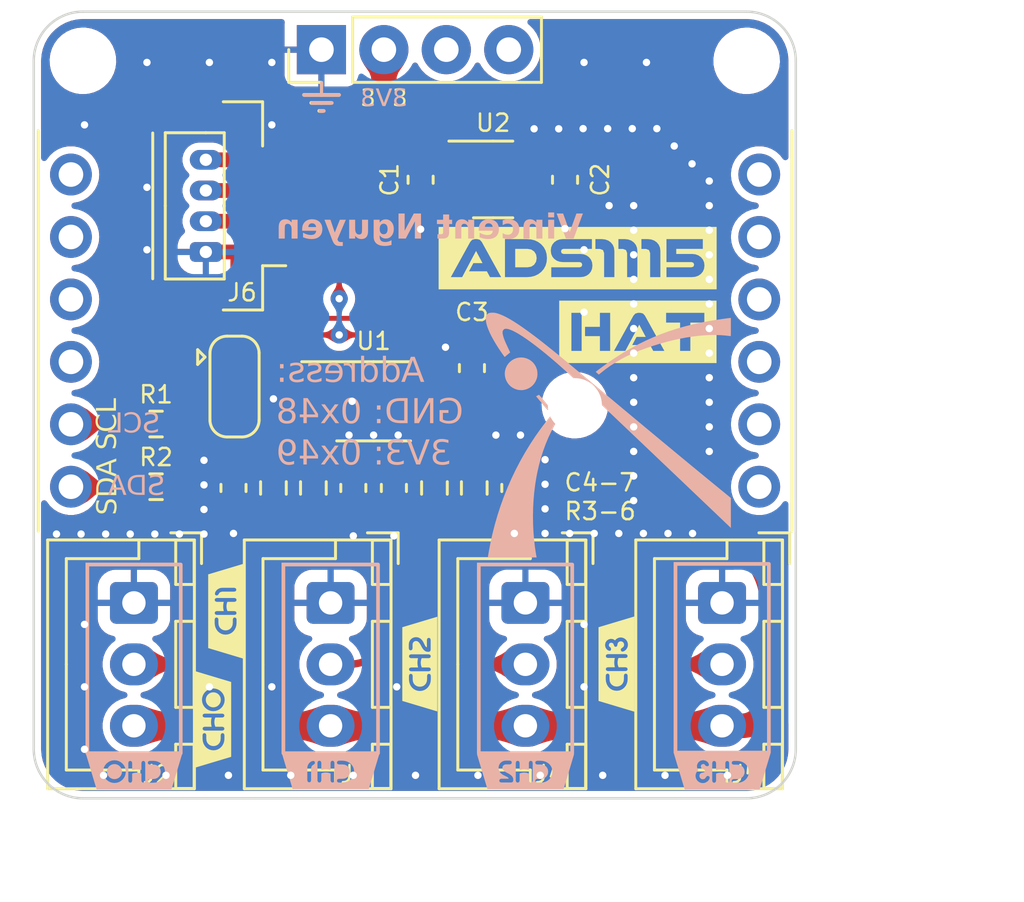
<source format=kicad_pcb>
(kicad_pcb (version 20221018) (generator pcbnew)
  (title_block (title "ADS1115 Hat PCB") (date "2023-07-15") (rev "1") (company "EPFL Xplore") (comment 4 "Author: Vincent Nguyen"))
  (layers (0 "F.Cu" signal) (31 "B.Cu" signal) (34 "B.Paste" user) (35 "F.Paste" user) (36 "B.SilkS" user "B.Silkscreen") (37 "F.SilkS" user "F.Silkscreen") (38 "B.Mask" user) (39 "F.Mask" user) (44 "Edge.Cuts" user))
  (net 0 "")
  (net 1 "+3V3")
  (net 2 "/SCL")
  (net 3 "/SDA")
  (net 4 "/AIN0")
  (net 5 "/A0")
  (net 6 "/AIN1")
  (net 7 "/A1")
  (net 8 "/AIN2")
  (net 9 "/A2")
  (net 10 "/AIN3")
  (net 11 "/A3")
  (net 12 "GND")
  (net 14 "+3V0")
  (net 15 "/ADDR")
  (footprint "Capacitor_SMD:C_0603_1608Metric_Pad1.08x0.95mm_HandSolder" (layer "F.Cu") (at 103.045452 66.185365 -90)
    (fp_text reference "C5" hide)
    (fp_text value "1uF")
    (pad "1" smd roundrect (at -0.8625 0 270) (size 1.075 0.95) (layers "F.Cu" "F.Paste" "F.Mask") (net 8 "/AIN2"))
    (pad "2" smd roundrect (at 0.8625 0 270) (size 1.075 0.95) (layers "F.Cu" "F.Paste" "F.Mask") (net 12 "GND"))
  )
  (footprint "kibuzzard-64B1EA19" (layer "F.Cu") (at 96.2 71.2 90)
    (fp_text reference "kibuzzard-64B1EA19" hide)
    (fp_text value "G***" hide)
  )
  (footprint "kibuzzard-64B1E576" (layer "F.Cu") (at 110.520452 56.835365)
    (fp_text reference "kibuzzard-64B1E576" hide)
    (fp_text value "G***" hide)
  )
  (footprint "Capacitor_SMD:C_0603_1608Metric_Pad1.08x0.95mm_HandSolder" (layer "F.Cu") (at 110.007952 53.647865 -90)
    (fp_text reference "C2" (at 0 -1.43 90) (layer "F.SilkS") (effects (font (size 0.7 0.7) (thickness 0.1))))
    (fp_text value "1uF")
    (pad "1" smd roundrect (at -0.8625 0 270) (size 1.075 0.95) (layers "F.Cu" "F.Paste" "F.Mask") (net 14 "+3V0"))
    (pad "2" smd roundrect (at 0.8625 0 270) (size 1.075 0.95) (layers "F.Cu" "F.Paste" "F.Mask") (net 12 "GND"))
  )
  (footprint "kibuzzard-64B1E9EE" (layer "F.Cu") (at 112.1 73.35 90)
    (fp_text reference "kibuzzard-64B1E9EE" hide)
    (fp_text value "G***" hide)
  )
  (footprint "Capacitor_SMD:C_0603_1608Metric_Pad1.08x0.95mm_HandSolder" (layer "F.Cu") (at 104.132952 53.647865 -90)
    (fp_text reference "C1" (at 0 1.2625 90) (layer "F.SilkS") (effects (font (size 0.7 0.7) (thickness 0.1))))
    (fp_text value "1uF")
    (pad "1" smd roundrect (at -0.8625 0 270) (size 1.075 0.95) (layers "F.Cu" "F.Paste" "F.Mask") (net 1 "+3V3"))
    (pad "2" smd roundrect (at 0.8625 0 270) (size 1.075 0.95) (layers "F.Cu" "F.Paste" "F.Mask") (net 12 "GND"))
  )
  (footprint "MountingHole:MountingHole_2.2mm_M2" (layer "F.Cu") (at 90.395452 48.810365)
    (fp_text reference "H1" hide)
    (fp_text value "M2")
    (pad "" np_thru_hole circle (at 0 0) (size 2.2 2.2) (drill 2.2) (layers "*.Cu" "*.Mask"))
  )
  (footprint "MountingHole:MountingHole_2.2mm_M2" (layer "F.Cu") (at 117.395452 48.810365)
    (fp_text reference "H2" hide)
    (fp_text value "M2")
    (pad "" np_thru_hole circle (at 0 0) (size 2.2 2.2) (drill 2.2) (layers "*.Cu" "*.Mask"))
  )
  (footprint "Connector_JST:JST_XH_B3B-XH-A_1x03_P2.50mm_Vertical" (layer "F.Cu") (at 108.395452 70.860365 -90)
    (fp_text reference "J4" (at 6.975 -0.975 -180) (layer "F.SilkS") (effects (font (size 0.7 0.7) (thickness 0.1))))
    (fp_text value "B3B-XH-A(LF)(SN)")
    (pad "1" thru_hole roundrect (at 0 0 270) (size 1.7 1.95) (drill 0.95) (layers "*.Cu" "*.Mask") (roundrect_rratio 0.1470588235) (net 12 "GND"))
    (pad "2" thru_hole oval (at 2.5 0 270) (size 1.7 1.95) (drill 0.95) (layers "*.Cu" "*.Mask") (net 9 "/A2"))
    (pad "3" thru_hole oval (at 5 0 270) (size 1.7 1.95) (drill 0.95) (layers "*.Cu" "*.Mask") (net 14 "+3V0"))
  )
  (footprint "kibuzzard-64B1E571" (layer "F.Cu") (at 112.970452 59.835365)
    (fp_text reference "kibuzzard-64B1E571" hide)
    (fp_text value "G***" hide)
  )
  (footprint "Resistor_SMD:R_0603_1608Metric_Pad0.98x0.95mm_HandSolder" (layer "F.Cu") (at 93.370452 63.585365 180)
    (fp_text reference "R1" (at 0 1.2) (layer "F.SilkS") (effects (font (size 0.7 0.7) (thickness 0.1))))
    (fp_text value "DNP")
    (pad "1" smd roundrect (at -0.9125 0 180) (size 0.975 0.95) (layers "F.Cu" "F.Paste" "F.Mask") (net 1 "+3V3"))
    (pad "2" smd roundrect (at 0.9125 0 180) (size 0.975 0.95) (layers "F.Cu" "F.Paste" "F.Mask") (net 2 "/SCL"))
  )
  (footprint "Package_SO:VSSOP-10_3x3mm_P0.5mm" (layer "F.Cu") (at 102.220452 62.660365)
    (fp_text reference "U1" (at 0 -2.45) (layer "F.SilkS") (effects (font (size 0.7 0.7) (thickness 0.1))))
    (fp_text value "ADS1115BQDGSRQ1")
    (pad "1" smd roundrect (at -2.2 -1) (size 1.45 0.3) (layers "F.Cu" "F.Paste" "F.Mask") (net 15 "/ADDR"))
    (pad "2" smd roundrect (at -2.2 -0.5) (size 1.45 0.3) (layers "F.Cu" "F.Paste" "F.Mask"))
    (pad "3" smd roundrect (at -2.2 0) (size 1.45 0.3) (layers "F.Cu" "F.Paste" "F.Mask") (net 12 "GND"))
    (pad "4" smd roundrect (at -2.2 0.5) (size 1.45 0.3) (layers "F.Cu" "F.Paste" "F.Mask") (net 4 "/AIN0"))
    (pad "5" smd roundrect (at -2.2 1) (size 1.45 0.3) (layers "F.Cu" "F.Paste" "F.Mask") (net 6 "/AIN1"))
    (pad "6" smd roundrect (at 2.2 1) (size 1.45 0.3) (layers "F.Cu" "F.Paste" "F.Mask") (net 8 "/AIN2"))
    (pad "7" smd roundrect (at 2.2 0.5) (size 1.45 0.3) (layers "F.Cu" "F.Paste" "F.Mask") (net 10 "/AIN3"))
    (pad "8" smd roundrect (at 2.2 0) (size 1.45 0.3) (layers "F.Cu" "F.Paste" "F.Mask") (net 1 "+3V3"))
    (pad "9" smd roundrect (at 2.2 -0.5) (size 1.45 0.3) (layers "F.Cu" "F.Paste" "F.Mask") (net 3 "/SDA"))
    (pad "10" smd roundrect (at 2.2 -1) (size 1.45 0.3) (layers "F.Cu" "F.Paste" "F.Mask") (net 2 "/SCL"))
  )
  (footprint "Resistor_SMD:R_0603_1608Metric_Pad0.98x0.95mm_HandSolder" (layer "F.Cu") (at 106.315452 66.185365 -90)
    (fp_text reference "R6" hide)
    (fp_text value "100R")
    (pad "1" smd roundrect (at -0.9125 0 270) (size 0.975 0.95) (layers "F.Cu" "F.Paste" "F.Mask") (net 10 "/AIN3"))
    (pad "2" smd roundrect (at 0.9125 0 270) (size 0.975 0.95) (layers "F.Cu" "F.Paste" "F.Mask") (net 11 "/A3"))
  )
  (footprint "kibuzzard-64B1EA07" (layer "F.Cu") (at 104.1 73.35 90)
    (fp_text reference "kibuzzard-64B1EA07" hide)
    (fp_text value "G***" hide)
  )
  (footprint "Resistor_SMD:R_0603_1608Metric_Pad0.98x0.95mm_HandSolder" (layer "F.Cu") (at 93.370452 66.135365 180)
    (fp_text reference "R2" (at 0 1.2) (layer "F.SilkS") (effects (font (size 0.7 0.7) (thickness 0.1))))
    (fp_text value "DNP")
    (pad "1" smd roundrect (at -0.9125 0 180) (size 0.975 0.95) (layers "F.Cu" "F.Paste" "F.Mask") (net 1 "+3V3"))
    (pad "2" smd roundrect (at 0.9125 0 180) (size 0.975 0.95) (layers "F.Cu" "F.Paste" "F.Mask") (net 3 "/SDA"))
  )
  (footprint "Capacitor_SMD:C_0603_1608Metric_Pad1.08x0.95mm_HandSolder" (layer "F.Cu") (at 106.220452 61.310365 90)
    (fp_text reference "C3" (at 2.275 0 180) (layer "F.SilkS") (effects (font (size 0.7 0.7) (thickness 0.1))))
    (fp_text value "0.1uF")
    (pad "1" smd roundrect (at -0.8625 0 90) (size 1.075 0.95) (layers "F.Cu" "F.Paste" "F.Mask") (net 1 "+3V3"))
    (pad "2" smd roundrect (at 0.8625 0 90) (size 1.075 0.95) (layers "F.Cu" "F.Paste" "F.Mask") (net 12 "GND"))
  )
  (footprint "Jumper:SolderJumper-3_P1.3mm_Open_RoundedPad1.0x1.5mm" (layer "F.Cu") (at 96.562952 62.060365 -90)
    (fp_text reference "JP1" hide)
    (fp_text value "ADDRESS_SEL")
    (pad "1" smd custom (at -1.3 0 270) (size 1 0.5) (layers "F.Cu" "F.Mask") (net 1 "+3V3") (options (clearance outline) (anchor rect)) (primitives (gr_circle (center 0 0.25) (end 0.5 0.25) (width 0) (fill yes)) (gr_circle (center 0 -0.25) (end 0.5 -0.25) (width 0) (fill yes)) (gr_poly (pts (xy 0.55 0.75) (xy 0 0.75) (xy 0 -0.75) (xy 0.55 -0.75)) (width 0) (fill yes))))
    (pad "2" smd rect (at 0 0 270) (size 1 1.5) (layers "F.Cu" "F.Mask") (net 15 "/ADDR"))
    (pad "3" smd custom (at 1.3 0 270) (size 1 0.5) (layers "F.Cu" "F.Mask") (net 12 "GND") (options (clearance outline) (anchor rect)) (primitives (gr_circle (center 0 0.25) (end 0.5 0.25) (width 0) (fill yes)) (gr_circle (center 0 -0.25) (end 0.5 -0.25) (width 0) (fill yes)) (gr_poly (pts (xy 0 0.75) (xy -0.55 0.75) (xy -0.55 -0.75) (xy 0 -0.75)) (width 0) (fill yes))))
  )
  (footprint "Package_TO_SOT_SMD:SOT-23-5" (layer "F.Cu") (at 107.082952 53.635365)
    (fp_text reference "U2" (at 0 -2.3) (layer "F.SilkS") (effects (font (size 0.7 0.7) (thickness 0.1))))
    (fp_text value "TPS7A2030PDBVR")
    (pad "1" smd roundrect (at -1.1375 -0.95) (size 1.325 0.6) (layers "F.Cu" "F.Paste" "F.Mask") (net 1 "+3V3"))
    (pad "2" smd roundrect (at -1.1375 0) (size 1.325 0.6) (layers "F.Cu" "F.Paste" "F.Mask") (net 12 "GND"))
    (pad "3" smd roundrect (at -1.1375 0.95) (size 1.325 0.6) (layers "F.Cu" "F.Paste" "F.Mask") (net 1 "+3V3"))
    (pad "4" smd roundrect (at 1.1375 0.95) (size 1.325 0.6) (layers "F.Cu" "F.Paste" "F.Mask"))
    (pad "5" smd roundrect (at 1.1375 -0.95) (size 1.325 0.6) (layers "F.Cu" "F.Paste" "F.Mask") (net 14 "+3V0"))
  )
  (footprint "Connector_JST:JST_XH_B3B-XH-A_1x03_P2.50mm_Vertical" (layer "F.Cu") (at 100.470452 70.860365 -90)
    (fp_text reference "J3" (at 6.975 -1 -180) (layer "F.SilkS") (effects (font (size 0.7 0.7) (thickness 0.1))))
    (fp_text value "B3B-XH-A(LF)(SN)")
    (pad "1" thru_hole roundrect (at 0 0 270) (size 1.7 1.95) (drill 0.95) (layers "*.Cu" "*.Mask") (roundrect_rratio 0.1470588235) (net 12 "GND"))
    (pad "2" thru_hole oval (at 2.5 0 270) (size 1.7 1.95) (drill 0.95) (layers "*.Cu" "*.Mask") (net 7 "/A1"))
    (pad "3" thru_hole oval (at 5 0 270) (size 1.7 1.95) (drill 0.95) (layers "*.Cu" "*.Mask") (net 14 "+3V0"))
  )
  (footprint "Connector_JST:JST_XH_B3B-XH-A_1x03_P2.50mm_Vertical" (layer "F.Cu") (at 92.470452 70.860365 -90)
    (fp_text reference "J2" (at 6.975 -0.95 -180) (layer "F.SilkS") (effects (font (size 0.7 0.7) (thickness 0.1))))
    (fp_text value "B3B-XH-A(LF)(SN)")
    (pad "1" thru_hole roundrect (at 0 0 270) (size 1.7 1.95) (drill 0.95) (layers "*.Cu" "*.Mask") (roundrect_rratio 0.1470588235) (net 12 "GND"))
    (pad "2" thru_hole oval (at 2.5 0 270) (size 1.7 1.95) (drill 0.95) (layers "*.Cu" "*.Mask") (net 5 "/A0"))
    (pad "3" thru_hole oval (at 5 0 270) (size 1.7 1.95) (drill 0.95) (layers "*.Cu" "*.Mask") (net 14 "+3V0"))
  )
  (footprint "0_connectors:Hat_connector_hole" (layer "F.Cu") (at 103.907952 57.245365)
    (fp_text reference "J1" hide)
    (fp_text value "Hat_connector_hole")
    (fp_text user "SDA" (at -12.5 8.89 unlocked) (layer "B.SilkS") (effects (font (size 0.8 0.8) (thickness 0.1)) (justify right mirror)))
    (fp_text user "SCL" (at -12.5 6.35 unlocked) (layer "B.SilkS") (effects (font (size 0.8 0.8) (thickness 0.1)) (justify right mirror)))
    (fp_text user "SCL" (at -12.5 6.34 90 unlocked) (layer "F.SilkS") (effects (font (size 0.8 0.8) (thickness 0.1))))
    (fp_text user "SDA" (at -12.4875 8.89 90 unlocked) (layer "F.SilkS") (effects (font (size 0.8 0.8) (thickness 0.1))))
    (pad "" np_thru_hole circle (at 6.5 5.5725) (size 2.2 2.2) (drill 2.2) (layers "*.Cu" "*.Mask"))
    (pad "1" thru_hole rect (at -3.81 -8.89 90) (size 2 2) (drill 1) (layers "*.Cu" "*.Mask") (net 12 "GND"))
    (pad "2" thru_hole oval (at -1.27 -8.89 90) (size 2 2) (drill 1) (layers "*.Cu" "*.Mask") (net 1 "+3V3"))
    (pad "3" thru_hole oval (at -14 -3.81) (size 1.7 1.7) (drill 1) (layers "*.Cu" "*.Mask"))
    (pad "4" thru_hole oval (at -14 -1.27) (size 1.7 1.7) (drill 1) (layers "*.Cu" "*.Mask"))
    (pad "5" thru_hole oval (at -14 1.27) (size 1.7 1.7) (drill 1) (layers "*.Cu" "*.Mask"))
    (pad "6" thru_hole oval (at -14 3.81) (size 1.7 1.7) (drill 1) (layers "*.Cu" "*.Mask"))
    (pad "7" thru_hole oval (at -14 6.35) (size 1.7 1.7) (drill 1) (layers "*.Cu" "*.Mask") (net 2 "/SCL"))
    (pad "8" thru_hole oval (at -14 8.89) (size 1.7 1.7) (drill 1) (layers "*.Cu" "*.Mask") (net 3 "/SDA"))
    (pad "9" thru_hole oval (at 14 8.89) (size 1.7 1.7) (drill 1) (layers "*.Cu" "*.Mask"))
    (pad "10" thru_hole oval (at 14 6.35) (size 1.7 1.7) (drill 1) (layers "*.Cu" "*.Mask"))
    (pad "11" thru_hole oval (at 14 3.81) (size 1.7 1.7) (drill 1) (layers "*.Cu" "*.Mask"))
    (pad "12" thru_hole oval (at 14 1.27) (size 1.7 1.7) (drill 1) (layers "*.Cu" "*.Mask"))
    (pad "13" thru_hole oval (at 14 -1.27) (size 1.7 1.7) (drill 1) (layers "*.Cu" "*.Mask"))
    (pad "14" thru_hole oval (at 14 -3.81) (size 1.7 1.7) (drill 1) (layers "*.Cu" "*.Mask"))
    (pad "15" thru_hole oval (at 1.27 -8.89 90) (size 2 2) (drill 1) (layers "*.Cu" "*.Mask"))
    (pad "16" thru_hole oval (at 3.81 -8.89 90) (size 2 2) (drill 1) (layers "*.Cu" "*.Mask"))
  )
  (footprint "Capacitor_SMD:C_0603_1608Metric_Pad1.08x0.95mm_HandSolder" (layer "F.Cu") (at 107.945452 66.185365 -90)
    (fp_text reference "C4" hide)
    (fp_text value "1uF")
    (pad "1" smd roundrect (at -0.8625 0 270) (size 1.075 0.95) (layers "F.Cu" "F.Paste" "F.Mask") (net 10 "/AIN3"))
    (pad "2" smd roundrect (at 0.8625 0 270) (size 1.075 0.95) (layers "F.Cu" "F.Paste" "F.Mask") (net 12 "GND"))
  )
  (footprint "Capacitor_SMD:C_0603_1608Metric_Pad1.08x0.95mm_HandSolder" (layer "F.Cu") (at 101.395452 66.185365 -90)
    (fp_text reference "C6" hide)
    (fp_text value "1uF")
    (pad "1" smd roundrect (at -0.8625 0 270) (size 1.075 0.95) (layers "F.Cu" "F.Paste" "F.Mask") (net 6 "/AIN1"))
    (pad "2" smd roundrect (at 0.8625 0 270) (size 1.075 0.95) (layers "F.Cu" "F.Paste" "F.Mask") (net 12 "GND"))
  )
  (footprint "Resistor_SMD:R_0603_1608Metric_Pad0.98x0.95mm_HandSolder" (layer "F.Cu") (at 98.145452 66.185365 -90)
    (fp_text reference "R3" hide)
    (fp_text value "100R")
    (pad "1" smd roundrect (at -0.9125 0 270) (size 0.975 0.95) (layers "F.Cu" "F.Paste" "F.Mask") (net 4 "/AIN0"))
    (pad "2" smd roundrect (at 0.9125 0 270) (size 0.975 0.95) (layers "F.Cu" "F.Paste" "F.Mask") (net 5 "/A0"))
  )
  (footprint "Connector_JST:JST_XH_B3B-XH-A_1x03_P2.50mm_Vertical" (layer "F.Cu") (at 116.395452 70.860365 -90)
    (fp_text reference "J5" (at 6.975 -0.975 -180) (layer "F.SilkS") (effects (font (size 0.7 0.7) (thickness 0.1))))
    (fp_text value "B3B-XH-A(LF)(SN)")
    (pad "1" thru_hole roundrect (at 0 0 270) (size 1.7 1.95) (drill 0.95) (layers "*.Cu" "*.Mask") (roundrect_rratio 0.1470588235) (net 12 "GND"))
    (pad "2" thru_hole oval (at 2.5 0 270) (size 1.7 1.95) (drill 0.95) (layers "*.Cu" "*.Mask") (net 11 "/A3"))
    (pad "3" thru_hole oval (at 5 0 270) (size 1.7 1.95) (drill 0.95) (layers "*.Cu" "*.Mask") (net 14 "+3V0"))
  )
  (footprint "Capacitor_SMD:C_0603_1608Metric_Pad1.08x0.95mm_HandSolder" (layer "F.Cu") (at 96.520452 66.185365 -90)
    (fp_text reference "C7" hide)
    (fp_text value "1uF")
    (pad "1" smd roundrect (at -0.8625 0 270) (size 1.075 0.95) (layers "F.Cu" "F.Paste" "F.Mask") (net 4 "/AIN0"))
    (pad "2" smd roundrect (at 0.8625 0 270) (size 1.075 0.95) (layers "F.Cu" "F.Paste" "F.Mask") (net 12 "GND"))
  )
  (footprint "Resistor_SMD:R_0603_1608Metric_Pad0.98x0.95mm_HandSolder" (layer "F.Cu") (at 99.770452 66.185365 -90)
    (fp_text reference "R4" hide)
    (fp_text value "100R")
    (pad "1" smd roundrect (at -0.9125 0 270) (size 0.975 0.95) (layers "F.Cu" "F.Paste" "F.Mask") (net 6 "/AIN1"))
    (pad "2" smd roundrect (at 0.9125 0 270) (size 0.975 0.95) (layers "F.Cu" "F.Paste" "F.Mask") (net 7 "/A1"))
  )
  (footprint "kibuzzard-64B1EA4E" (layer "F.Cu") (at 95.7 75.6 90)
    (fp_text reference "kibuzzard-64B1EA4E" hide)
    (fp_text value "G***" hide)
  )
  (footprint "0_connectors:PicoBlade-JST-GH-1x04_1.25mm_Vertical" (layer "F.Cu") (at 95.395452 56.585365 90)
    (fp_text reference "J6" (at -1.65 1.475 unlocked) (layer "F.SilkS") (effects (font (size 0.7 0.7) (thickness 0.1))))
    (fp_text value "BM04B-SRSS-TB(LF)(SN)")
    (pad "1" thru_hole roundrect (at 0 0 90) (size 0.8 1.3) (drill 0.5) (layers "*.Cu" "*.Mask") (net 12 "GND"))
    (pad "1" smd roundrect (at 0 1.125 90) (size 0.6 1.7) (layers "F.Cu") (net 12 "GND"))
    (pad "1" smd roundrect (at 0 2.4 90) (size 0.6 1.7) (layers "F.Cu" "F.Paste" "F.Mask") (net 12 "GND"))
    (pad "2" thru_hole oval (at 1.25 0 90) (size 0.8 1.3) (drill 0.5) (layers "*.Cu" "*.Mask") (net 2 "/SCL"))
    (pad "2" smd roundrect (at 1.25 1.125 90) (size 0.6 1.7) (layers "F.Cu") (net 2 "/SCL"))
    (pad "2" smd roundrect (at 1.25 2.4 90) (size 0.6 1.7) (layers "F.Cu" "F.Paste" "F.Mask") (net 2 "/SCL"))
    (pad "3" thru_hole oval (at 2.5 0 90) (size 0.8 1.3) (drill 0.5) (layers "*.Cu" "*.Mask") (net 3 "/SDA"))
    (pad "3" smd roundrect (at 2.5 1.125 90) (size 0.6 1.7) (layers "F.Cu") (net 3 "/SDA"))
    (pad "3" smd roundrect (at 2.5 2.4 90) (size 0.6 1.7) (layers "F.Cu" "F.Paste" "F.Mask") (net 3 "/SDA"))
    (pad "4" thru_hole oval (at 3.75 0 90) (size 0.8 1.3) (drill 0.5) (layers "*.Cu" "*.Mask") (net 1 "+3V3"))
    (pad "4" smd roundrect (at 3.75 1.125 90) (size 0.6 1.7) (layers "F.Cu") (net 1 "+3V3"))
    (pad "4" smd roundrect (at 3.75 2.4 90) (size 0.6 1.7) (layers "F.Cu" "F.Paste" "F.Mask") (net 1 "+3V3"))
    (pad "MP" smd roundrect (at -1.85 -0.95 90) (size 1 2.8) (layers "F.Cu" "F.Paste" "F.Mask"))
    (pad "MP" smd roundrect (at 5.6 -0.95 90) (size 1 2.8) (layers "F.Cu" "F.Paste" "F.Mask"))
  )
  (footprint "Resistor_SMD:R_0603_1608Metric_Pad0.98x0.95mm_HandSolder" (layer "F.Cu") (at 104.695452 66.185365 -90)
    (fp_text reference "R5" hide)
    (fp_text value "100R")
    (pad "1" smd roundrect (at -0.9125 0 270) (size 0.975 0.95) (layers "F.Cu" "F.Paste" "F.Mask") (net 8 "/AIN2"))
    (pad "2" smd roundrect (at 0.9125 0 270) (size 0.975 0.95) (layers "F.Cu" "F.Paste" "F.Mask") (net 9 "/A2"))
  )
  (footprint "kibuzzard-64B2D724" (layer "B.Cu") (at 116.4 77.725 180)
    (fp_text reference "kibuzzard-64B2D724" hide)
    (fp_text value "G***" hide)
  )
  (footprint "kibuzzard-64B2D70A" (layer "B.Cu") (at 92.475 77.725 180)
    (fp_text reference "kibuzzard-64B2D70A" hide)
    (fp_text value "G***" hide)
  )
  (footprint "kibuzzard-64B2D718" (layer "B.Cu") (at 108.4 77.725 180)
    (fp_text reference "kibuzzard-64B2D718" hide)
    (fp_text value "G***" hide)
  )
  (footprint "kibuzzard-64B1EB6B" (layer "B.Cu") (at 102.95 53.525 180)
    (fp_text reference "kibuzzard-64B1EB6B" hide)
    (fp_text value "G***" hide)
  )
  (footprint "0_graphic:Xplore_Logo_X_only_10mm" (layer "B.Cu") (at 111.770452 64.035365 180)
    (fp_text reference "G1" hide)
    (fp_text value "Xplore_Logo" hide)
  )
  (footprint "kibuzzard-64B2D711" (layer "B.Cu") (at 100.475 77.725 180)
    (fp_text reference "kibuzzard-64B2D711" hide)
    (fp_text value "G***" hide)
  )
  (gr_line (start 100.105292 50.19716) (end 100.105292 49.68966) (stroke (width 0.12)) (layer "B.SilkS"))
  (gr_rect (start 90.575 69.3) (end 94.375 76.975) (stroke (width 0.15)) (fill none) (layer "B.SilkS"))
  (gr_line (start 99.720292 50.52216) (end 100.120292 50.52216) (stroke (width 0.15)) (layer "B.SilkS"))
  (gr_line (start 100.195292 50.84716) (end 100.120292 50.84716) (stroke (width 0.15)) (layer "B.SilkS"))
  (gr_line (start 100.520292 50.52216) (end 100.120292 50.52216) (stroke (width 0.15)) (layer "B.SilkS"))
  (gr_line (start 100.105292 50.19716) (end 100.815292 50.19716) (stroke (width 0.15)) (layer "B.SilkS"))
  (gr_rect (start 114.5 69.275) (end 118.3 76.95) (stroke (width 0.15)) (fill none) (layer "B.SilkS"))
  (gr_line (start 100.045292 50.84716) (end 100.120292 50.84716) (stroke (width 0.15)) (layer "B.SilkS"))
  (gr_rect (start 98.55 69.3) (end 102.4 76.975) (stroke (width 0.15)) (fill none) (layer "B.SilkS"))
  (gr_rect (start 106.5 69.3) (end 110.3 76.975) (stroke (width 0.15)) (fill none) (layer "B.SilkS"))
  (gr_line (start 99.395292 50.19716) (end 100.105292 50.19716) (stroke (width 0.15)) (layer "B.SilkS"))
  (gr_line (start 100.085452 50.520365) (end 99.685452 50.520365) (stroke (width 0.15)) (layer "F.SilkS"))
  (gr_line (start 99.390452 50.195365) (end 100.100452 50.195365) (stroke (width 0.15)) (layer "F.SilkS"))
  (gr_line (start 100.085452 50.845365) (end 100.160452 50.845365) (stroke (width 0.15)) (layer "F.SilkS"))
  (gr_line (start 100.085452 50.520365) (end 100.485452 50.520365) (stroke (width 0.15)) (layer "F.SilkS"))
  (gr_line (start 100.100452 50.195365) (end 100.810452 50.195365) (stroke (width 0.15)) (layer "F.SilkS"))
  (gr_line (start 100.085452 50.845365) (end 100.010452 50.845365) (stroke (width 0.15)) (layer "F.SilkS"))
  (gr_line (start 100.100452 49.687865) (end 100.100452 50.195365) (stroke (width 0.12)) (layer "F.SilkS"))
  (gr_arc (start 119.395452 76.810365) (mid 118.809665 78.224578) (end 117.395452 78.810365) (stroke (width 0.1)) (layer "Edge.Cuts"))
  (gr_arc (start 90.395452 78.810365) (mid 88.981238 78.224578) (end 88.395452 76.810365) (stroke (width 0.1)) (layer "Edge.Cuts"))
  (gr_line (start 119.395452 76.810365) (end 119.395452 48.810365) (stroke (width 0.1)) (layer "Edge.Cuts"))
  (gr_line (start 117.395452 46.810365) (end 90.395452 46.810365) (stroke (width 0.1)) (layer "Edge.Cuts"))
  (gr_arc (start 117.395452 46.810365) (mid 118.809665 47.396152) (end 119.395452 48.810365) (stroke (width 0.1)) (layer "Edge.Cuts"))
  (gr_line (start 90.395452 78.810365) (end 117.395452 78.810365) (stroke (width 0.1)) (layer "Edge.Cuts"))
  (gr_line (start 88.395452 48.810365) (end 88.395452 76.810365) (stroke (width 0.1)) (layer "Edge.Cuts"))
  (gr_arc (start 88.395452 48.810365) (mid 88.981239 47.396152) (end 90.395452 46.810365) (stroke (width 0.1)) (layer "Edge.Cuts"))
  (gr_text "Vincent Nguyen" (at 98.25 55.625) (layer "B.SilkS") (effects (font (size 1 1) (thickness 0.16) bold) (justify right mirror)))
  (gr_text "3V3" (at 102.640452 50.357865) (layer "B.SilkS") (effects (font (size 0.7 0.7) (thickness 0.1)) (justify mirror)))
  (gr_text "Address:\nGND: 0x48\n3V3: 0x49" (at 98.25 65.4) (layer "B.SilkS") (effects (font (size 1 1)) (justify right bottom mirror)))
  (gr_text "C4-7" (at 109.920452 65.965365) (layer "F.SilkS") (effects (font (size 0.7 0.7) (thickness 0.1)) (justify left)))
  (gr_text "3V3" (at 102.640452 50.357865) (layer "F.SilkS") (effects (font (size 0.7 0.7) (thickness 0.1))))
  (gr_text "R3-6" (at 109.920452 67.135365) (layer "F.SilkS") (effects (font (size 0.7 0.7) (thickness 0.1)) (justify left)))
  (segment (start 101.320452 52.785365) (end 102.045452 53.510365) (width 1) (layer "F.Cu") (net 1))
  (segment (start 102.637952 48.355365) (end 102.637952 49.718651) (width 1) (layer "F.Cu") (net 1))
  (segment (start 107.479399 62.026418) (end 107.512237 61.99358) (width 1) (layer "F.Cu") (net 1))
  (segment (start 97.845452 52.785365) (end 97.795452 52.835365) (width 0.5) (layer "F.Cu") (net 1))
  (segment (start 107.845452 61.397549) (end 107.845452 59.124817) (width 1) (layer "F.Cu") (net 1))
  (segment (start 104.132952 52.042079) (end 104.132952 52.785365) (width 1) (layer "F.Cu") (net 1))
  (segment (start 94.282952 66.135365) (end 94.282952 63.585365) (width 0.3) (layer "F.Cu") (net 1))
  (segment (start 105.246493 62.660365) (end 105.732952 62.173906) (width 0.3) (layer "F.Cu") (net 1))
  (segment (start 106.488345 52.685365) (end 105.945452 52.685365) (width 0.2) (layer "F.Cu") (net 1))
  (segment (start 104.420452 62.660365) (end 102.967472 62.660365) (width 0.3) (layer "F.Cu") (net 1))
  (segment (start 102.045452 53.510365) (end 102.170452 53.510365) (width 1) (layer "F.Cu") (net 1))
  (segment (start 102.170452 53.510365) (end 102.895452 52.785365) (width 1) (layer "F.Cu") (net 1))
  (segment (start 102.930845 50.425758) (end 103.840059 51.334972) (width 1) (layer "F.Cu") (net 1))
  (segment (start 104.232952 52.685365) (end 104.132952 52.785365) (width 0.5) (layer "F.Cu") (net 1))
  (segment (start 101.320452 52.785365) (end 100.770452 52.785365) (width 1) (layer "F.Cu") (net 1))
  (segment (start 104.420452 62.660365) (end 105.246493 62.660365) (width 0.3) (layer "F.Cu") (net 1))
  (segment (start 107.070452 53.766545) (end 107.070452 53.383601) (width 0.2) (layer "F.Cu") (net 1))
  (segment (start 102.782952 48.500365) (end 102.637952 48.355365) (width 1) (layer "F.Cu") (net 1))
  (segment (start 101.497205 60.760365) (end 96.562952 60.760365) (width 0.3) (layer "F.Cu") (net 1))
  (segment (start 102.375 62.067893) (end 102.375 61.554192) (width 0.3) (layer "F.Cu") (net 1))
  (segment (start 102.170452 55.30221) (end 102.170452 53.510365) (width 1) (layer "F.Cu") (net 1))
  (segment (start 106.220452 62.172865) (end 105.732952 62.172865) (width 0.5) (layer "F.Cu") (net 1))
  (segment (start 94.282952 63.585365) (end 94.282952 62.031751) (width 0.3) (layer "F.Cu") (net 1))
  (segment (start 102.613918 62.513918) (end 102.521446 62.421446) (width 0.3) (layer "F.Cu") (net 1))
  (segment (start 102.895452 52.785365) (end 103.595452 52.785365) (width 1) (layer "F.Cu") (net 1))
  (segment (start 107.216515 57.606428) (end 107.200789 57.590702) (width 1) (layer "F.Cu") (net 1))
  (segment (start 103.595452 52.785365) (end 101.320452 52.785365) (width 1) (layer "F.Cu") (net 1))
  (segment (start 100.770452 52.785365) (end 97.845452 52.785365) (width 0.5) (layer "F.Cu") (net 1))
  (segment (start 105.732952 62.173906) (end 105.732952 62.172865) (width 0.3) (layer "F.Cu") (net 1))
  (segment (start 103.595452 52.785365) (end 104.132952 52.785365) (width 1) (layer "F.Cu") (net 1))
  (segment (start 106.220452 62.172865) (end 107.125884 62.172865) (width 1) (layer "F.Cu") (net 1))
  (segment (start 95.594993 60.760365) (end 96.562952 60.760365) (width 0.3) (layer "F.Cu") (net 1))
  (segment (start 107.512237 61.99358) (end 107.659623 61.846181) (width 1) (layer "F.Cu") (net 1))
  (segment (start 101.270452 52.835365) (end 102.845452 52.835365) (width 0.5) (layer "F.Cu") (net 1))
  (segment (start 102.845452 52.835365) (end 102.895452 52.785365) (width 0.5) (layer "F.Cu") (net 1))
  (segment (start 105.945452 52.685365) (end 104.232952 52.685365) (width 0.5) (layer "F.Cu") (net 1))
  (segment (start 105.980797 57.085365) (end 103.886797 57.085365) (width 1) (layer "F.Cu") (net 1))
  (segment (start 105.945452 54.585365) (end 106.438345 54.585365) (width 0.2) (layer "F.Cu") (net 1))
  (arc (start 107.659623 61.846181) (mid 107.797163 61.640333) (end 107.845452 61.397549) (width 1) (layer "F.Cu") (net 1))
  (arc (start 106.841898 52.831811) (mid 106.679686 52.723425) (end 106.488345 52.685365) (width 0.2) (layer "F.Cu") (net 1))
  (arc (start 106.791899 54.438918) (mid 106.998078 54.130388) (end 107.070452 53.766545) (width 0.2) (layer "F.Cu") (net 1))
  (arc (start 102.637952 49.718651) (mid 102.714072 50.101334) (end 102.930845 50.425758) (width 1) (layer "F.Cu") (net 1))
  (arc (start 107.125884 62.172865) (mid 107.31719 62.134812) (end 107.479399 62.026418) (width 1) (layer "F.Cu") (net 1))
  (arc (start 107.070452 53.383601) (mid 107.01105 53.084969) (end 106.841898 52.831811) (width 0.2) (layer "F.Cu") (net 1))
  (arc (start 102.159904 61.034904) (mid 101.855818 60.831698) (end 101.497205 60.760365) (width 0.3) (layer "F.Cu") (net 1))
  (arc (start 94.282952 62.031751) (mid 94.37754 61.556227) (end 94.646903 61.153097) (width 0.3) (layer "F.Cu") (net 1))
  (arc (start 102.375 61.554192) (mid 102.319098 61.273155) (end 102.159904 61.034904) (width 0.3) (layer "F.Cu") (net 1))
  (arc (start 102.170452 55.30221) (mid 102.309779 56.002654) (end 102.706549 56.596462) (width 1) (layer "F.Cu") (net 1))
  (arc (start 106.438345 54.585365) (mid 106.629687 54.547305) (end 106.791899 54.438918) (width 0.2) (layer "F.Cu") (net 1))
  (arc (start 105.980797 57.085365) (mid 106.641052 57.216698) (end 107.200789 57.590702) (width 1) (layer "F.Cu") (net 1))
  (arc (start 103.840059 51.334972) (mid 104.056832 51.659395) (end 104.132952 52.042079) (width 1) (layer "F.Cu") (net 1))
  (arc (start 102.613918 62.513918) (mid 102.77613 62.622305) (end 102.967472 62.660365) (width 0.3) (layer "F.Cu") (net 1))
  (arc (start 102.375 62.067893) (mid 102.41306 62.259234) (end 102.521446 62.421446) (width 0.3) (layer "F.Cu") (net 1))
  (arc (start 102.706549 56.596462) (mid 103.248077 56.958316) (end 103.886797 57.085365) (width 1) (layer "F.Cu") (net 1))
  (arc (start 107.845452 59.124817) (mid 107.681997 58.303071) (end 107.216515 57.606428) (width 1) (layer "F.Cu") (net 1))
  (arc (start 95.594993 60.760365) (mid 95.081909 60.862424) (end 94.646903 61.153097) (width 0.3) (layer "F.Cu") (net 1))
  (segment (start 99.945452 58.910365) (end 99.945452 59.285365) (width 0.2) (layer "F.Cu") (net 2))
  (segment (start 104.063345 59.578258) (end 104.127559 59.642472) (width 0.2) (layer "F.Cu") (net 2))
  (segment (start 97.795452 55.335365) (end 98.313859 55.335365) (width 0.2) (layer "F.Cu") (net 2))
  (segment (start 99.945452 58.910365) (end 99.945452 59.060365) (width 0.2) (layer "F.Cu") (net 2))
  (segment (start 99.720452 59.285365) (end 99.945452 59.060365) (width 0.2) (layer "F.Cu") (net 2))
  (segment (start 99.620452 59.285365) (end 99.720452 59.285365) (width 0.2) (layer "F.Cu") (net 2))
  (segment (start 100.170452 59.285365) (end 103.356238 59.285365) (width 0.2) (layer "F.Cu") (net 2))
  (segment (start 92.457952 63.585365) (end 92.457952 61.742983) (width 0.2) (layer "F.Cu") (net 2))
  (segment (start 92.457952 63.585365) (end 92.447952 63.595365) (width 0.2) (layer "F.Cu") (net 2))
  (segment (start 99.620452 59.285365) (end 99.945452 59.285365) (width 0.2) (layer "F.Cu") (net 2))
  (segment (start 104.420452 60.349579) (end 104.420452 61.660365) (width 0.2) (layer "F.Cu") (net 2))
  (segment (start 94.973716 59.285365) (end 99.620452 59.285365) (width 0.2) (layer "F.Cu") (net 2))
  (segment (start 99.945452 56.776549) (end 99.945452 58.910365) (width 0.2) (layer "F.Cu") (net 2))
  (segment (start 99.945452 59.285365) (end 100.170452 59.285365) (width 0.2) (layer "F.Cu") (net 2))
  (segment (start 92.447952 63.595365) (end 89.907952 63.595365) (width 0.2) (layer "F.Cu") (net 2))
  (segment (start 99.945452 59.060365) (end 100.170452 59.285365) (width 0.2) (layer "F.Cu") (net 2))
  (arc (start 103.356238 59.285365) (mid 103.738921 59.361485) (end 104.063345 59.578258) (width 0.2) (layer "F.Cu") (net 2))
  (arc (start 93.16572 60.03428) (mid 92.641895 60.81824) (end 92.457952 61.742983) (width 0.2) (layer "F.Cu") (net 2))
  (arc (start 104.420452 60.349579) (mid 104.344332 59.966896) (end 104.127559 59.642472) (width 0.2) (layer "F.Cu") (net 2))
  (arc (start 99.945452 56.776549) (mid 99.845998 56.276559) (end 99.562767 55.85268) (width 0.2) (layer "F.Cu") (net 2))
  (arc (start 98.313859 55.335365) (mid 98.989763 55.469811) (end 99.562767 55.85268) (width 0.2) (layer "F.Cu") (net 2))
  (arc (start 93.16572 60.03428) (mid 93.995253 59.479993) (end 94.973716 59.285365) (width 0.2) (layer "F.Cu") (net 2))
  (segment (start 92.457952 66.135365) (end 92.809665 65.783652) (width 0.2) (layer "F.Cu") (net 3))
  (segment (start 102.788345 60.253258) (end 102.852559 60.317472) (width 0.2) (layer "F.Cu") (net 3))
  (segment (start 103.291899 61.981812) (end 103.324006 62.013919) (width 0.2) (layer "F.Cu") (net 3))
  (segment (start 92.457952 66.135365) (end 89.907952 66.135365) (width 0.2) (layer "F.Cu") (net 3))
  (segment (start 100.820452 59.960365) (end 102.081238 59.960365) (width 0.2) (layer "F.Cu") (net 3))
  (segment (start 103.145452 61.024579) (end 103.145452 61.628258) (width 0.2) (layer "F.Cu") (net 3))
  (segment (start 100.820452 58.485365) (end 100.820452 56.044342) (width 0.2) (layer "F.Cu") (net 3))
  (segment (start 93.395452 64.369438) (end 93.395452 61.699356) (width 0.2) (layer "F.Cu") (net 3))
  (segment (start 98.767837 54.085365) (end 97.795452 54.085365) (width 0.2) (layer "F.Cu") (net 3))
  (segment (start 95.050703 59.960365) (end 100.820452 59.960365) (width 0.2) (layer "F.Cu") (net 3))
  (segment (start 103.677559 62.160365) (end 104.420452 62.160365) (width 0.2) (layer "F.Cu") (net 3))
  (via (at 100.820452 59.960365) (size 0.7) (drill 0.3) (layers "F.Cu" "B.Cu") (net 3))
  (via (at 100.820452 58.485365) (size 0.7) (drill 0.3) (layers "F.Cu" "B.Cu") (net 3))
  (arc (start 93.92211 60.42789) (mid 94.439956 60.08185) (end 95.050703 59.960365) (width 0.2) (layer "F.Cu") (net 3))
  (arc (start 103.324006 62.013919) (mid 103.486218 62.122305) (end 103.677559 62.160365) (width 0.2) (layer "F.Cu") (net 3))
  (arc (start 100.266018 54.705931) (mid 99.578647 54.246644) (end 98.767837 54.085365) (width 0.2) (layer "F.Cu") (net 3))
  (arc (start 102.852559 60.317472) (mid 103.069332 60.641895) (end 103.145452 61.024579) (width 0.2) (layer "F.Cu") (net 3))
  (arc (start 92.809665 65.783652) (mid 93.243211 65.134805) (end 93.395452 64.369438) (width 0.2) (layer "F.Cu") (net 3))
  (arc (start 100.820452 56.044342) (mid 100.676379 55.320041) (end 100.266018 54.705931) (width 0.2) (layer "F.Cu") (net 3))
  (arc (start 102.081238 59.960365) (mid 102.463921 60.036485) (end 102.788345 60.253258) (width 0.2) (layer "F.Cu") (net 3))
  (arc (start 103.291899 61.981812) (mid 103.183512 61.8196) (end 103.145452 61.628258) (width 0.2) (layer "F.Cu") (net 3))
  (arc (start 93.92211 60.42789) (mid 93.532326 61.011244) (end 93.395452 61.699356) (width 0.2) (layer "F.Cu") (net 3))
  (segment (start 100.820452 59.960365) (end 100.820452 58.485365) (width 0.2) (layer "B.Cu") (net 3))
  (segment (start 96.520452 65.322865) (end 98.095452 65.322865) (width 0.3) (layer "F.Cu") (net 4))
  (segment (start 98.94083 63.160365) (end 100.020452 63.160365) (width 0.3) (layer "F.Cu") (net 4))
  (segment (start 98.145452 65.272865) (end 98.145452 63.901379) (width 0.3) (layer "F.Cu") (net 4))
  (segment (start 98.095452 65.322865) (end 98.145452 65.272865) (width 0.3) (layer "F.Cu") (net 4))
  (arc (start 98.351233 63.404584) (mid 98.198933 63.632517) (end 98.145452 63.901379) (width 0.3) (layer "F.Cu") (net 4))
  (arc (start 98.351233 63.404584) (mid 98.621742 63.223835) (end 98.94083 63.160365) (width 0.3) (layer "F.Cu") (net 4))
  (segment (start 96.347714 73.360365) (end 92.470452 73.360365) (width 0.3) (layer "F.Cu") (net 5))
  (segment (start 97.652745 72.753072) (end 97.538827 72.86699) (width 0.3) (layer "F.Cu") (net 5))
  (segment (start 98.145452 67.097865) (end 98.145452 71.563571) (width 0.3) (layer "F.Cu") (net 5))
  (arc (start 98.145452 71.563571) (mid 98.017402 72.207324) (end 97.652745 72.753072) (width 0.3) (layer "F.Cu") (net 5))
  (arc (start 97.538827 72.86699) (mid 96.99234 73.232141) (end 96.347714 73.360365) (width 0.3) (layer "F.Cu") (net 5))
  (segment (start 99.770452 63.910365) (end 100.020452 63.660365) (width 0.3) (layer "F.Cu") (net 6))
  (segment (start 101.345452 65.272865) (end 101.395452 65.322865) (width 0.3) (layer "F.Cu") (net 6))
  (segment (start 99.770452 65.272865) (end 101.345452 65.272865) (width 0.3) (layer "F.Cu") (net 6))
  (segment (start 99.770452 65.272865) (end 99.770452 63.910365) (width 0.3) (layer "F.Cu") (net 6))
  (segment (start 101.189237 73.360365) (end 100.470452 73.360365) (width 0.3) (layer "F.Cu") (net 7))
  (segment (start 100.152495 68.392408) (end 100.325074 68.564987) (width 0.3) (layer "F.Cu") (net 7))
  (segment (start 102.691671 72.664146) (end 102.56553 72.790287) (width 0.3) (layer "F.Cu") (net 7))
  (segment (start 101.400313 69.010365) (end 101.938254 69.010365) (width 0.3) (layer "F.Cu") (net 7))
  (segment (start 99.770452 67.097865) (end 99.770452 67.470074) (width 0.3) (layer "F.Cu") (net 7))
  (segment (start 103.095452 70.072411) (end 103.095452 71.689333) (width 0.3) (layer "F.Cu") (net 7))
  (arc (start 101.400313 69.010365) (mid 100.818398 68.894615) (end 100.325074 68.564987) (width 0.3) (layer "F.Cu") (net 7))
  (arc (start 102.56553 72.790287) (mid 101.934081 73.212207) (end 101.189237 73.360365) (width 0.3) (layer "F.Cu") (net 7))
  (arc (start 102.691671 72.664146) (mid 102.990513 72.216898) (end 103.095452 71.689333) (width 0.3) (layer "F.Cu") (net 7))
  (arc (start 101.938254 69.010365) (mid 102.406851 69.103577) (end 102.804109 69.369026) (width 0.3) (layer "F.Cu") (net 7))
  (arc (start 99.770452 67.470074) (mid 99.869742 67.969238) (end 100.152495 68.392408) (width 0.3) (layer "F.Cu") (net 7))
  (arc (start 103.095452 70.072411) (mid 103.019734 69.691744) (end 102.804109 69.369026) (width 0.3) (layer "F.Cu") (net 7))
  (segment (start 104.645452 65.322865) (end 104.695452 65.272865) (width 0.3) (layer "F.Cu") (net 8))
  (segment (start 104.695452 65.272865) (end 104.695452 63.935365) (width 0.3) (layer "F.Cu") (net 8))
  (segment (start 103.045452 65.322865) (end 104.645452 65.322865) (width 0.3) (layer "F.Cu") (net 8))
  (segment (start 104.695452 63.935365) (end 104.420452 63.660365) (width 0.3) (layer "F.Cu") (net 8))
  (segment (start 105.054386 72.869299) (end 105.160275 72.975188) (width 0.25) (layer "F.Cu") (net 9))
  (segment (start 106.090173 73.360365) (end 108.395452 73.360365) (width 0.25) (layer "F.Cu") (net 9))
  (segment (start 104.695452 67.097865) (end 104.695452 72.002755) (width 0.25) (layer "F.Cu") (net 9))
  (arc (start 105.160275 72.975188) (mid 105.586916 73.26026) (end 106.090173 73.360365) (width 0.25) (layer "F.Cu") (net 9))
  (arc (start 105.054386 72.869299) (mid 104.788736 72.471725) (end 104.695452 72.002755) (width 0.25) (layer "F.Cu") (net 9))
  (segment (start 105.454515 63.160365) (end 104.420452 63.160365) (width 0.3) (layer "F.Cu") (net 10))
  (segment (start 107.895452 65.272865) (end 107.945452 65.322865) (width 0.3) (layer "F.Cu") (net 10))
  (segment (start 106.315452 65.272865) (end 106.315452 63.883637) (width 0.3) (layer "F.Cu") (net 10))
  (segment (start 106.136361 63.451274) (end 106.121885 63.436798) (width 0.3) (layer "F.Cu") (net 10))
  (segment (start 106.315452 65.272865) (end 107.895452 65.272865) (width 0.3) (layer "F.Cu") (net 10))
  (arc (start 105.454515 63.160365) (mid 105.815693 63.232208) (end 106.121885 63.436798) (width 0.3) (layer "F.Cu") (net 10))
  (arc (start 106.315452 63.883637) (mid 106.268908 63.649644) (end 106.136361 63.451274) (width 0.3) (layer "F.Cu") (net 10))
  (segment (start 108.019605 68.985365) (end 110.788829 68.985365) (width 0.25) (layer "F.Cu") (net 11))
  (segment (start 113.886826 73.360365) (end 116.395452 73.360365) (width 0.25) (layer "F.Cu") (net 11))
  (segment (start 106.728573 68.418486) (end 106.783399 68.473312) (width 0.25) (layer "F.Cu") (net 11))
  (segment (start 112.395452 70.366139) (end 112.395452 71.779013) (width 0.25) (layer "F.Cu") (net 11))
  (segment (start 106.315452 67.097865) (end 106.315452 67.421125) (width 0.25) (layer "F.Cu") (net 11))
  (arc (start 108.019605 68.985365) (mid 107.350575 68.852287) (end 106.783399 68.473312) (width 0.25) (layer "F.Cu") (net 11))
  (arc (start 112.877241 72.942154) (mid 112.520665 72.4085) (end 112.395452 71.779013) (width 0.25) (layer "F.Cu") (net 11))
  (arc (start 106.315452 67.421125) (mid 106.422818 67.960893) (end 106.728573 68.418486) (width 0.25) (layer "F.Cu") (net 11))
  (arc (start 112.037787 69.5027) (mid 112.302504 69.898864) (end 112.395452 70.366139) (width 0.25) (layer "F.Cu") (net 11))
  (arc (start 112.877241 72.942154) (mid 113.340467 73.251687) (end 113.886826 73.360365) (width 0.25) (layer "F.Cu") (net 11))
  (arc (start 110.788829 68.985365) (mid 111.46476 69.119816) (end 112.037787 69.5027) (width 0.25) (layer "F.Cu") (net 11))
  (segment (start 105.945452 53.635365) (end 105.422166 53.635365) (width 0.5) (layer "F.Cu") (net 12))
  (segment (start 96.562952 63.360365) (end 97.345452 63.360365) (width 0.2) (layer "F.Cu") (net 12))
  (segment (start 100.020452 62.660365) (end 101.345452 62.660365) (width 0.3) (layer "F.Cu") (net 12))
  (segment (start 97.345452 63.360365) (end 98.145452 62.560365) (width 0.2) (layer "F.Cu") (net 12))
  (segment (start 104.715059 53.928258) (end 104.132952 54.510365) (width 0.5) (layer "F.Cu") (net 12))
  (via (at 112.8 57.7) (size 0.7) (drill 0.3) (layers "F.Cu" "B.Cu") (net 12))
  (via (at 111.742893 51.567893) (size 0.7) (drill 0.3) (layers "F.Cu" "B.Cu") (net 12))
  (via (at 112.8 64.700002) (size 0.7) (drill 0.3) (layers "F.Cu" "B.Cu") (net 12))
  (via (at 93.000452 53.955365) (size 0.7) (drill 0.3) (layers "F.Cu" "B.Cu") (net 12))
  (via (at 91.320452 68.060364) (size 0.7) (drill 0.3) (layers "F.Cu" "B.Cu") (net 12))
  (via (at 115.875 58.7) (size 0.7) (drill 0.3) (layers "F.Cu" "B.Cu") (net 12))
  (via (at 93.000452 56.495365) (size 0.7) (drill 0.3) (layers "F.Cu" "B.Cu") (net 12))
  (via (at 90.460452 74.275365) (size 0.7) (drill 0.3) (layers "F.Cu" "B.Cu") (net 12))
  (via (at 113.742893 51.567893) (size 0.7) (drill 0.3) (layers "F.Cu" "B.Cu") (net 12))
  (via (at 109 77.875) (size 0.7) (drill 0.3) (layers "F.Cu" "B.Cu") (net 12))
  (via (at 110.780452 59.035365) (size 0.7) (drill 0.3) (layers "F.Cu" "B.Cu") (net 12))
  (via (at 111.8 54.7) (size 0.7) (drill 0.3) (layers "F.Cu" "B.Cu") (net 12))
  (via (at 115.175 53) (size 0.7) (drill 0.3) (layers "F.Cu" "B.Cu") (net 12))
  (via (at 115.875 63.7) (size 0.7) (drill 0.3) (layers "F.Cu" "B.Cu") (net 12))
  (via (at 114.45 52.275) (size 0.7) (drill 0.3) (layers "F.Cu" "B.Cu") (net 12))
  (via (at 110.780452 56.495365) (size 0.7) (drill 0.3) (layers "F.Cu" "B.Cu") (net 12))
  (via (at 95.320452 65.060365) (size 0.7) (drill 0.3) (layers "F.Cu" "B.Cu") (net 12))
  (via (at 91.235 77.875) (size 0.7) (drill 0.3) (layers "F.Cu" "B.Cu") (net 12))
  (via (at 98.145452 62.560365) (size 0.7) (drill 0.3) (layers "F.Cu" "B.Cu") (net 12))
  (via (at 114.075 77.875) (size 0.7) (drill 0.3) (layers "F.Cu" "B.Cu") (net 12))
  (via (at 113.320452 48.875365) (size 0.7) (drill 0.3) (layers "F.Cu" "B.Cu") (net 12))
  (via (at 101.395452 68.135365) (size 0.7) (drill 0.3) (layers "F.Cu" "B.Cu") (net 12))
  (via (at 115.875 56.700001) (size 0.7) (drill 0.3) (layers "F.Cu" "B.Cu") (net 12))
  (via (at 116.614999 77.875) (size 0.7) (drill 0.3) (layers "F.Cu" "B.Cu") (net 12))
  (via (at 98.080452 51.415365) (size 0.7) (drill 0.3) (layers "F.Cu" "B.Cu") (net 12))
  (via (at 112.8 60.7) (size 0.7) (drill 0.3) (layers "F.Cu" "B.Cu") (net 12))
  (via (at 90.460452 51.415365) (size 0.7) (drill 0.3) (layers "F.Cu" "B.Cu") (net 12))
  (via (at 112.8 62.7) (size 0.7) (drill 0.3) (layers "F.Cu" "B.Cu") (net 12))
  (via (at 102.220452 64.035365) (size 0.7) (drill 0.3) (layers "F.Cu" "B.Cu") (net 12))
  (via (at 109.195452 65.035365) (size 0.7) (drill 0.3) (layers "F.Cu" "B.Cu") (net 12))
  (via (at 115.875 64.700002) (size 0.7) (drill 0.3) (layers "F.Cu" "B.Cu") (net 12))
  (via (at 112.8 58.7) (size 0.7) (drill 0.3) (layers "F.Cu" "B.Cu") (net 12))
  (via (at 103.220452 64.035365) (size 0.7) (drill 0.3) (layers "F.Cu" "B.Cu") (net 12))
  (via (at 113.195451 68.035365) (size 0.7) (drill 0.3) (layers "F.Cu" "B.Cu") (net 12))
  (via (at 95.540452 48.875365) (size 0.7) (drill 0.3) (layers "F.Cu" "B.Cu") (net 12))
  (via (at 112.8 55.7) (size 0.7) (drill 0.3) (layers "F.Cu" "B.Cu") (net 12))
  (via (at 115.875 53.7) (size 0.7) (drill 0.3) (layers "F.Cu" "B.Cu") (net 12))
  (via (at 115.195452 68.035365) (size 0.7) (drill 0.3) (layers "F.Cu" "B.Cu") (net 12))
  (via (at 103.925 77.875) (size 0.7) (drill 0.3) (layers "F.Cu" "B.Cu") (net 12))
  (via (at 101.389999 77.875) (size 0.7) (drill 0.3) (layers "F.Cu" "B.Cu") (net 12))
  (via (at 95.320452 66.060366) (size 0.7) (drill 0.3) (layers "F.Cu" "B.Cu") (net 12))
  (via (at 96.520452 68.035365) (size 0.7) (drill 0.3) (layers "F.Cu" "B.Cu") (net 12))
  (via (at 110.780452 71.735365) (size 0.7) (drill 0.3) (layers "F.Cu" "B.Cu") (net 12))
  (via (at 115.875 54.7) (size 0.7) (drill 0.3) (layers "F.Cu" "B.Cu") (net 12))
  (via (at 103.160452 74.275365) (size 0.7) (drill 0.3) (layers "F.Cu" "B.Cu") (net 12))
  (via (at 107.195452 64.035365) (size 0.7) (drill 0.3) (layers "F.Cu" "B.Cu") (net 12))
  (via (at 92.320452 68.060364) (size 0.7) (drill 0.3) (layers "F.Cu" "B.Cu") (net 12))
  (via (at 93.320451 68.060364) (size 0.7) (drill 0.3) (layers "F.Cu" "B.Cu") (net 12))
  (via (at 112.8 59.700002) (size 0.7) (drill 0.3) (layers "F.Cu" "B.Cu") (net 12))
  (via (at 112.8 65.7) (size 0.7) (drill 0.3) (layers "F.Cu" "B.Cu") (net 12))
  (via (at 105.145452 60.460365) (size 0.7) (drill 0.3) (layers "F.Cu" "B.Cu") (net 12))
  (via (at 90.320451 68.060364) (size 0.7) (drill 0.3) (layers "F.Cu" "B.Cu") (net 12))
  (via (at 111.195452 68.035365) (size 0.7) (drill 0.3) (layers "F.Cu" "B.Cu") (net 12))
  (via (at 112.742893 51.567893) (size 0.7) (drill 0.3) (layers "F.Cu" "B.Cu") (net 12))
  (via (at 93.000452 48.875365) (size 0.7) (drill 0.3) (layers "F.Cu" "B.Cu") (net 12))
  (via (at 112.8 56.700001) (size 0.7) (drill 0.3) (layers "F.Cu" "B.Cu") (net 12))
  (via (at 115.875 62.7) (size 0.7) (drill 0.3) (layers "F.Cu" "B.Cu") (net 12))
  (via (at 96.314999 77.875) (size 0.7) (drill 0.3) (layers "F.Cu" "B.Cu") (net 12))
  (via (at 93.775 77.875) (size 0.7) (drill 0.3) (layers "F.Cu" "B.Cu") (net 12))
  (via (at 101.220452 64.035365) (size 0.7) (drill 0.3) (layers "F.Cu" "B.Cu") (net 12))
  (via (at 98.080452 74.275365) (size 0.7) (drill 0.3) (layers "F.Cu" "B.Cu") (net 12))
  (via (at 89.320452 68.060365) (size 0.7) (drill 0.3) (layers "F.Cu" "B.Cu") (net 12))
  (via (at 115.875 59.700002) (size 0.7) (drill 0.3) (layers "F.Cu" "B.Cu") (net 12))
  (via (at 110.195451 68.035365) (size 0.7) (drill 0.3) (layers "F.Cu" "B.Cu") (net 12))
  (via (at 104.132952 55.660365) (size 0.7) (drill 0.3) (layers "F.Cu" "B.Cu") (net 12))
  (via (at 115.875 55.7) (size 0.7) (drill 0.3) (layers "F.Cu" "B.Cu") (net 12))
  (via (at 98.080452 48.875365) (size 0.7) (drill 0.3) (layers "F.Cu" "B.Cu") (net 12))
  (via (at 95.320452 67.060365) (size 0.7) (drill 0.3) (layers "F.Cu" "B.Cu") (net 12))
  (via (at 108.75 51.575) (size 0.7) (drill 0.3) (layers "F.Cu" "B.Cu") (net 12))
  (via (at 109.75 51.575) (size 0.7) (drill 0.3) (layers "F.Cu" "B.Cu") (net 12))
  (via (at 112.195452 68.035365) (size 0.7) (drill 0.3) (layers "F.Cu" "B.Cu") (net 12))
  (via (at 110.742893 51.567893) (size 0.7) (drill 0.3) (layers "F.Cu" "B.Cu") (net 12))
  (via (at 110.007952 55.635365) (size 0.7) (drill 0.3) (layers "F.Cu" "B.Cu") (net 12))
  (via (at 112.8 61.700001) (size 0.7) (drill 0.3) (layers "F.Cu" "B.Cu") (net 12))
  (via (at 110.780452 74.275365) (size 0.7) (drill 0.3) (layers "F.Cu" "B.Cu") (net 12))
  (via (at 112.8 54.7) (size 0.7) (drill 0.3) (layers "F.Cu" "B.Cu") (net 12))
  (via (at 109.195452 67.035365) (size 0.7) (drill 0.3) (layers "F.Cu" "B.Cu") (net 12))
  (via (at 90.460452 71.735365) (size 0.7) (drill 0.3) (layers "F.Cu" "B.Cu") (net 12))
  (via (at 95.320452 68.060364) (size 0.7) (drill 0.3) (layers "F.Cu" "B.Cu") (net 12))
  (via (at 90.460452 76.815365) (size 0.7) (drill 0.3) (layers "F.Cu" "B.Cu") (net 12))
  (via (at 107.945452 68.035365) (size 0.7) (drill 0.3) (layers "F.Cu" "B.Cu") (net 12))
  (via (at 112.8 63.7) (size 0.7) (drill 0.3) (layers "F.Cu" "B.Cu") (net 12))
  (via (at 111.539999 77.875) (size 0.7) (drill 0.3) (layers "F.Cu" "B.Cu") (net 12))
  (via (at 95.540452 74.275365) (size 0.7) (drill 0.3) (layers "F.Cu" "B.Cu") (net 12))
  (via (at 114.195452 68.035365) (size 0.7) (drill 0.3) (layers "F.Cu" "B.Cu") (net 12))
  (via (at 115.875 61.700001) (size 0.7) (drill 0.3) (layers "F.Cu" "B.Cu") (net 12))
  (via (at 115.875 60.7) (size 0.7) (drill 0.3) (layers "F.Cu" "B.Cu") (net 12))
  (via (at 110.780452 48.875365) (size 0.7) (drill 0.3) (layers "F.Cu" "B.Cu") (net 12))
  (via (at 108.195452 64.035365) (size 0.7) (drill 0.3) (layers "F.Cu" "B.Cu") (net 12))
  (via (at 109.195452 66.035366) (size 0.7) (drill 0.3) (layers "F.Cu" "B.Cu") (net 12))
  (via (at 103.045452 68.135365) (size 0.7) (drill 0.3) (layers "F.Cu" "B.Cu") (net 12))
  (via (at 115.875 57.7) (size 0.7) (drill 0.3) (layers "F.Cu" "B.Cu") (net 12))
  (via (at 98.85 77.875) (size 0.7) (drill 0.3) (layers "F.Cu" "B.Cu") (net 12))
  (via (at 109.195452 68.035366) (size 0.7) (drill 0.3) (layers "F.Cu" "B.Cu") (net 12))
  (via (at 106.464999 77.875) (size 0.7) (drill 0.3) (layers "F.Cu" "B.Cu") (net 12))
  (via (at 94.320452 68.060364) (size 0.7) (drill 0.3) (layers "F.Cu" "B.Cu") (net 12))
  (via (at 112.8 66.700001) (size 0.7) (drill 0.3) (layers "F.Cu" "B.Cu") (net 12))
  (via (at 101.345452 62.660365) (size 0.7) (drill 0.3) (layers "F.Cu" "B.Cu") (net 12))
  (arc (start 104.715059 53.928258) (mid 105.039482 53.711485) (end 105.422166 53.635365) (width 0.5) (layer "F.Cu") (net 12))
  (segment (start 117.913345 75.567472) (end 118.152559 75.328258) (width 1) (layer "F.Cu") (net 14))
  (segment (start 114.45 64.846573) (end 114.45 55.169555) (width 1) (layer "F.Cu") (net 14))
  (segment (start 117.509019 68.723932) (end 117.498932 68.723932) (width 1) (layer "F.Cu") (net 14))
  (segment (start 110.032952 52.810365) (end 110.007952 52.785365) (width 1) (layer "F.Cu") (net 14))
  (segment (start 113.799776 53.599776) (end 113.733982 53.533982) (width 1) (layer "F.Cu") (net 14))
  (segment (start 108.395452 75.860365) (end 116.395452 75.860365) (width 1) (layer "F.Cu") (net 14))
  (segment (start 109.907952 52.685365) (end 110.007952 52.785365) (width 0.5) (layer "F.Cu") (net 14))
  (segment (start 108.220452 52.685365) (end 109.907952 52.685365) (width 0.5) (layer "F.Cu") (net 14))
  (segment (start 116.395452 75.860365) (end 117.206238 75.860365) (width 1) (layer "F.Cu") (net 14))
  (segment (start 92.470452 75.860365) (end 100.470452 75.860365) (width 1) (layer "F.Cu") (net 14))
  (segment (start 100.470452 75.860365) (end 108.395452 75.860365) (width 1) (layer "F.Cu") (net 14))
  (segment (start 117.498932 68.723932) (end 115.035786 66.260786) (width 1) (layer "F.Cu") (net 14))
  (segment (start 118.445452 74.621151) (end 118.445452 70.98468) (width 1) (layer "F.Cu") (net 14))
  (segment (start 111.926659 52.785365) (end 110.007952 52.785365) (width 1) (layer "F.Cu") (net 14))
  (arc (start 118.445452 70.98468) (mid 118.202081 69.761172) (end 117.509019 68.723932) (width 1) (layer "F.Cu") (net 14))
  (arc (start 118.152559 75.328258) (mid 118.369332 75.003835) (end 118.445452 74.621151) (width 1) (layer "F.Cu") (net 14))
  (arc (start 117.206238 75.860365) (mid 117.588922 75.784245) (end 117.913345 75.567472) (width 1) (layer "F.Cu") (net 14))
  (arc (start 114.45 55.169555) (mid 114.281012 54.319997) (end 113.799776 53.599776) (width 1) (layer "F.Cu") (net 14))
  (arc (start 111.926659 52.785365) (mid 112.904775 52.979924) (end 113.733982 53.533982) (width 1) (layer "F.Cu") (net 14))
  (arc (start 114.45 64.846573) (mid 114.602241 65.61194) (end 115.035786 66.260786) (width 1) (layer "F.Cu") (net 14))
  (segment (start 98.127559 61.660365) (end 100.020452 61.660365) (width 0.3) (layer "F.Cu") (net 15))
  (segment (start 96.562952 62.060365) (end 97.520452 62.060365) (width 0.3) (layer "F.Cu") (net 15))
  (segment (start 97.520452 62.060365) (end 97.774006 61.806811) (width 0.3) (layer "F.Cu") (net 15))
  (arc (start 97.774006 61.806811) (mid 97.936218 61.698425) (end 98.127559 61.660365) (width 0.3) (layer "F.Cu") (net 15))
  (zone (net 1) (net_name "+3V3") (layer "F.Cu") (priority 17540) (connect_pads yes (clearance 0)) (min_thickness 0.0254) (fill yes (thermal_gap 0.5) (thermal_bridge_width 0.5))
    (polygon (pts (xy 105.532311 62.586678) (xy 105.556685 62.559837) (xy 105.57591 62.534475) (xy 105.591557 62.510908) (xy 105.605199 62.489454) (xy 105.618406 62.470429) (xy 105.632752 62.454152) (xy 105.649807 62.44094) (xy 105.671144 62.43111) (xy 105.698335 62.424979) (xy 105.732952 62.422865) (xy 105.770452 62.422865) (xy 105.857952 62.172865) (xy 105.593676 61.996089) (xy 105.556176 61.996089) (xy 105.515507 62.040746) (xy 105.486218 62.080862) (xy 105.465463 62.117573) (xy 105.450398 62.152013) (xy 105.438178 62.185317) (xy 105.425957 62.218622) (xy 105.410892 62.253062) (xy 105.390137 62.289773) (xy 105.360848 62.329889) (xy 105.32018 62.374547) (xy 105.214114 62.480613) (xy 105.306038 62.60082) (xy 105.426245 62.692744)))
  )
  (zone (net 1) (net_name "+3V3") (layer "F.Cu") (priority 17540) (connect_pads yes (clearance 0)) (min_thickness 0.0254) (fill yes (thermal_gap 0.5) (thermal_bridge_width 0.25) (island_removal_mode 1) (island_area_min 10))
    (polygon (pts (xy 100.772952 52.285365) (xy 100.651488 52.292365) (xy 100.553334 52.311365) (xy 100.472661 52.339364) (xy 100.403643 52.373365) (xy 100.340452 52.410365) (xy 100.277261 52.447365) (xy 100.208243 52.481365) (xy 100.12757 52.509365) (xy 100.029416 52.528365) (xy 99.907953 52.535365) (xy 99.870453 52.535365) (xy 99.782953 52.785365) (xy 99.870453 53.035365) (xy 99.907953 53.035365) (xy 100.029416 53.042365) (xy 100.12757 53.061365) (xy 100.208243 53.089364) (xy 100.277261 53.123365) (xy 100.340452 53.160365) (xy 100.403643 53.197365) (xy 100.472661 53.231365) (xy 100.553334 53.259365) (xy 100.651488 53.278365) (xy 100.772952 53.285365) (xy 101.272952 53.285365) (xy 101.345452 52.785365) (xy 101.272952 52.285365)))
  )
  (zone (net 12) (net_name "GND") (layers "F&B.Cu") (connect_pads (clearance 0.3)) (min_thickness 0.25) (fill yes (thermal_gap 0.5) (thermal_bridge_width 0.25))
    (polygon (pts (xy 87.995452 46.535365) (xy 119.670452 46.535365) (xy 119.695452 46.560365) (xy 119.695452 79.060365) (xy 88.070452 79.060365) (xy 87.995452 78.985365)))
  )
)
</source>
